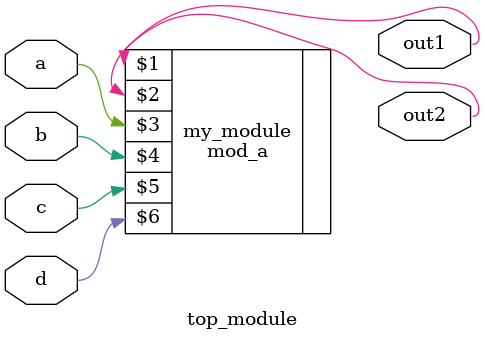
<source format=v>
module top_module (
    input a,
    input b,
    input c,
    input d,
    output out1,
    output out2
);
    mod_a my_module (out1, out2, a, b, c, d);


endmodule

</source>
